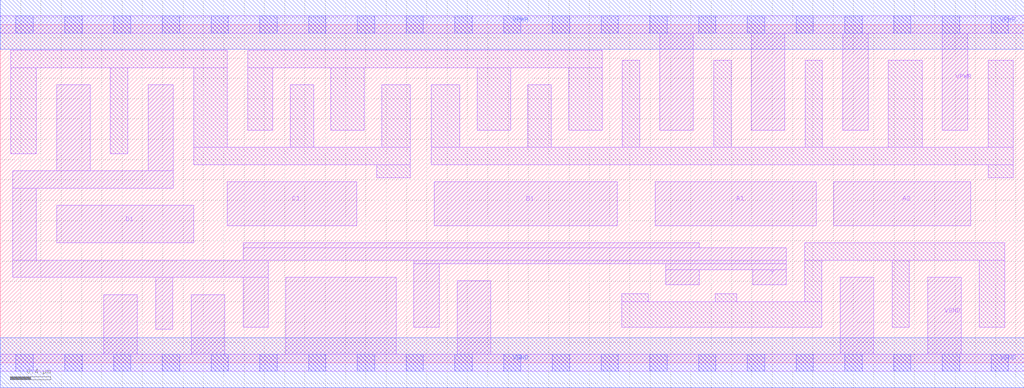
<source format=lef>
# Copyright 2020 The SkyWater PDK Authors
#
# Licensed under the Apache License, Version 2.0 (the "License");
# you may not use this file except in compliance with the License.
# You may obtain a copy of the License at
#
#     https://www.apache.org/licenses/LICENSE-2.0
#
# Unless required by applicable law or agreed to in writing, software
# distributed under the License is distributed on an "AS IS" BASIS,
# WITHOUT WARRANTIES OR CONDITIONS OF ANY KIND, either express or implied.
# See the License for the specific language governing permissions and
# limitations under the License.
#
# SPDX-License-Identifier: Apache-2.0

VERSION 5.7 ;
  NAMESCASESENSITIVE ON ;
  NOWIREEXTENSIONATPIN ON ;
  DIVIDERCHAR "/" ;
  BUSBITCHARS "[]" ;
UNITS
  DATABASE MICRONS 200 ;
END UNITS
MACRO sky130_fd_sc_ms__a2111oi_4
  CLASS CORE ;
  SOURCE USER ;
  FOREIGN sky130_fd_sc_ms__a2111oi_4 ;
  ORIGIN  0.000000  0.000000 ;
  SIZE  10.08000 BY  3.330000 ;
  SYMMETRY X Y ;
  SITE unit ;
  PIN A1
    ANTENNAGATEAREA  1.250400 ;
    DIRECTION INPUT ;
    USE SIGNAL ;
    PORT
      LAYER li1 ;
        RECT 6.450000 1.350000 8.035000 1.780000 ;
    END
  END A1
  PIN A2
    ANTENNAGATEAREA  1.250400 ;
    DIRECTION INPUT ;
    USE SIGNAL ;
    PORT
      LAYER li1 ;
        RECT 8.205000 1.350000 9.555000 1.780000 ;
    END
  END A2
  PIN B1
    ANTENNAGATEAREA  1.028400 ;
    DIRECTION INPUT ;
    USE SIGNAL ;
    PORT
      LAYER li1 ;
        RECT 4.275000 1.350000 6.075000 1.780000 ;
    END
  END B1
  PIN C1
    ANTENNAGATEAREA  1.028400 ;
    DIRECTION INPUT ;
    USE SIGNAL ;
    PORT
      LAYER li1 ;
        RECT 2.235000 1.350000 3.510000 1.780000 ;
    END
  END C1
  PIN D1
    ANTENNAGATEAREA  1.028400 ;
    DIRECTION INPUT ;
    USE SIGNAL ;
    PORT
      LAYER li1 ;
        RECT 0.555000 1.180000 1.905000 1.550000 ;
    END
  END D1
  PIN Y
    ANTENNADIFFAREA  1.640800 ;
    DIRECTION OUTPUT ;
    USE SIGNAL ;
    PORT
      LAYER li1 ;
        RECT 0.125000 0.840000 2.640000 1.010000 ;
        RECT 0.125000 1.010000 0.355000 1.720000 ;
        RECT 0.125000 1.720000 1.705000 1.890000 ;
        RECT 0.555000 1.890000 0.885000 2.735000 ;
        RECT 1.455000 1.890000 1.705000 2.735000 ;
        RECT 1.530000 0.330000 1.700000 0.840000 ;
        RECT 2.390000 0.350000 2.640000 0.840000 ;
        RECT 2.390000 1.010000 7.740000 1.130000 ;
        RECT 2.390000 1.130000 6.880000 1.180000 ;
        RECT 4.070000 0.350000 4.320000 0.975000 ;
        RECT 4.070000 0.975000 7.740000 1.010000 ;
        RECT 6.550000 0.770000 6.880000 0.915000 ;
        RECT 6.550000 0.915000 7.740000 0.975000 ;
        RECT 7.410000 0.770000 7.740000 0.915000 ;
    END
  END Y
  PIN VGND
    DIRECTION INOUT ;
    USE GROUND ;
    PORT
      LAYER li1 ;
        RECT 0.000000 -0.085000 10.080000 0.085000 ;
        RECT 1.020000  0.085000  1.350000 0.670000 ;
        RECT 1.880000  0.085000  2.210000 0.670000 ;
        RECT 2.810000  0.085000  3.900000 0.840000 ;
        RECT 4.500000  0.085000  4.830000 0.805000 ;
        RECT 8.270000  0.085000  8.600000 0.840000 ;
        RECT 9.130000  0.085000  9.460000 0.840000 ;
      LAYER mcon ;
        RECT 0.155000 -0.085000 0.325000 0.085000 ;
        RECT 0.635000 -0.085000 0.805000 0.085000 ;
        RECT 1.115000 -0.085000 1.285000 0.085000 ;
        RECT 1.595000 -0.085000 1.765000 0.085000 ;
        RECT 2.075000 -0.085000 2.245000 0.085000 ;
        RECT 2.555000 -0.085000 2.725000 0.085000 ;
        RECT 3.035000 -0.085000 3.205000 0.085000 ;
        RECT 3.515000 -0.085000 3.685000 0.085000 ;
        RECT 3.995000 -0.085000 4.165000 0.085000 ;
        RECT 4.475000 -0.085000 4.645000 0.085000 ;
        RECT 4.955000 -0.085000 5.125000 0.085000 ;
        RECT 5.435000 -0.085000 5.605000 0.085000 ;
        RECT 5.915000 -0.085000 6.085000 0.085000 ;
        RECT 6.395000 -0.085000 6.565000 0.085000 ;
        RECT 6.875000 -0.085000 7.045000 0.085000 ;
        RECT 7.355000 -0.085000 7.525000 0.085000 ;
        RECT 7.835000 -0.085000 8.005000 0.085000 ;
        RECT 8.315000 -0.085000 8.485000 0.085000 ;
        RECT 8.795000 -0.085000 8.965000 0.085000 ;
        RECT 9.275000 -0.085000 9.445000 0.085000 ;
        RECT 9.755000 -0.085000 9.925000 0.085000 ;
      LAYER met1 ;
        RECT 0.000000 -0.245000 10.080000 0.245000 ;
    END
  END VGND
  PIN VPWR
    DIRECTION INOUT ;
    USE POWER ;
    PORT
      LAYER li1 ;
        RECT 0.000000 3.245000 10.080000 3.415000 ;
        RECT 6.495000 2.290000  6.825000 3.245000 ;
        RECT 7.395000 2.290000  7.725000 3.245000 ;
        RECT 8.295000 2.290000  8.545000 3.245000 ;
        RECT 9.275000 2.290000  9.525000 3.245000 ;
      LAYER mcon ;
        RECT 0.155000 3.245000 0.325000 3.415000 ;
        RECT 0.635000 3.245000 0.805000 3.415000 ;
        RECT 1.115000 3.245000 1.285000 3.415000 ;
        RECT 1.595000 3.245000 1.765000 3.415000 ;
        RECT 2.075000 3.245000 2.245000 3.415000 ;
        RECT 2.555000 3.245000 2.725000 3.415000 ;
        RECT 3.035000 3.245000 3.205000 3.415000 ;
        RECT 3.515000 3.245000 3.685000 3.415000 ;
        RECT 3.995000 3.245000 4.165000 3.415000 ;
        RECT 4.475000 3.245000 4.645000 3.415000 ;
        RECT 4.955000 3.245000 5.125000 3.415000 ;
        RECT 5.435000 3.245000 5.605000 3.415000 ;
        RECT 5.915000 3.245000 6.085000 3.415000 ;
        RECT 6.395000 3.245000 6.565000 3.415000 ;
        RECT 6.875000 3.245000 7.045000 3.415000 ;
        RECT 7.355000 3.245000 7.525000 3.415000 ;
        RECT 7.835000 3.245000 8.005000 3.415000 ;
        RECT 8.315000 3.245000 8.485000 3.415000 ;
        RECT 8.795000 3.245000 8.965000 3.415000 ;
        RECT 9.275000 3.245000 9.445000 3.415000 ;
        RECT 9.755000 3.245000 9.925000 3.415000 ;
      LAYER met1 ;
        RECT 0.000000 3.085000 10.080000 3.575000 ;
    END
  END VPWR
  OBS
    LAYER li1 ;
      RECT 0.105000 2.060000 0.355000 2.905000 ;
      RECT 0.105000 2.905000 2.235000 3.075000 ;
      RECT 1.085000 2.060000 1.255000 2.905000 ;
      RECT 1.905000 1.950000 4.035000 2.120000 ;
      RECT 1.905000 2.120000 2.235000 2.905000 ;
      RECT 2.435000 2.290000 2.685000 2.905000 ;
      RECT 2.435000 2.905000 5.925000 3.075000 ;
      RECT 2.855000 2.120000 3.085000 2.735000 ;
      RECT 3.255000 2.290000 3.585000 2.905000 ;
      RECT 3.705000 1.820000 4.035000 1.950000 ;
      RECT 3.755000 2.120000 4.035000 2.735000 ;
      RECT 4.245000 1.950000 9.975000 2.120000 ;
      RECT 4.245000 2.120000 4.525000 2.735000 ;
      RECT 4.695000 2.290000 5.025000 2.905000 ;
      RECT 5.195000 2.120000 5.425000 2.735000 ;
      RECT 5.595000 2.290000 5.925000 2.905000 ;
      RECT 6.120000 0.350000 8.090000 0.600000 ;
      RECT 6.120000 0.600000 6.380000 0.680000 ;
      RECT 6.125000 2.120000 6.295000 2.980000 ;
      RECT 7.025000 2.120000 7.195000 2.980000 ;
      RECT 7.040000 0.600000 7.250000 0.680000 ;
      RECT 7.920000 0.600000 8.090000 1.010000 ;
      RECT 7.920000 1.010000 9.890000 1.180000 ;
      RECT 7.925000 2.120000 8.095000 2.980000 ;
      RECT 8.745000 2.120000 9.075000 2.980000 ;
      RECT 8.780000 0.350000 8.950000 1.010000 ;
      RECT 9.640000 0.350000 9.890000 1.010000 ;
      RECT 9.725000 1.820000 9.975000 1.950000 ;
      RECT 9.725000 2.120000 9.975000 2.980000 ;
  END
END sky130_fd_sc_ms__a2111oi_4

</source>
